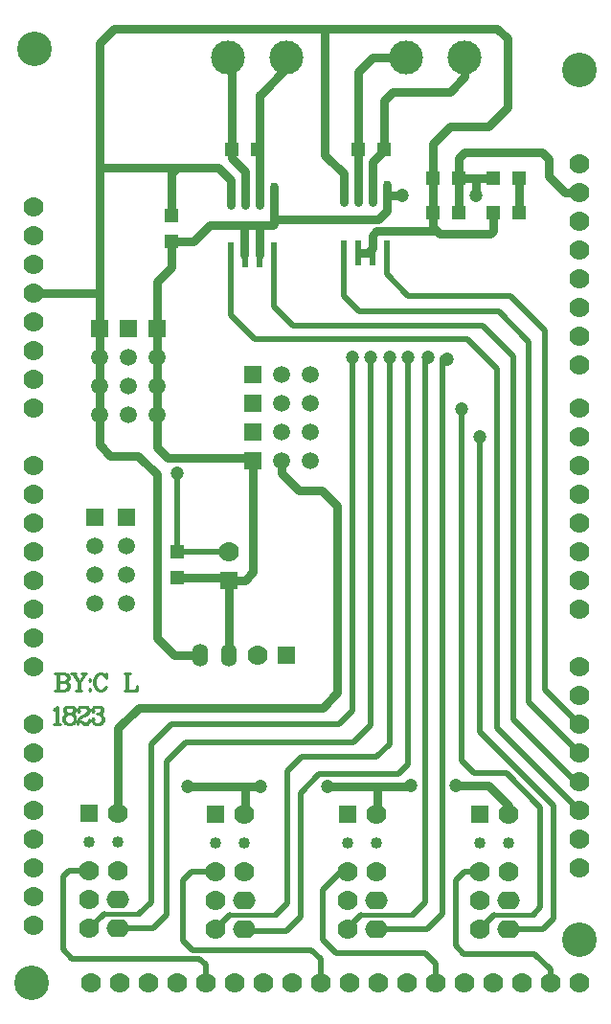
<source format=gtl>
%FSLAX44Y44*%
%MOMM*%
G71*
G01*
G75*
%ADD10R,0.6000X2.2000*%
%ADD11R,0.6000X2.2000*%
%ADD12R,1.1430X1.1430*%
%ADD13C,0.7620*%
%ADD14C,0.5080*%
%ADD15C,0.3810*%
%ADD16C,0.2540*%
%ADD17C,3.0480*%
%ADD18C,1.7780*%
%ADD19C,3.0000*%
%ADD20O,1.3970X2.0320*%
%ADD21R,1.5000X1.5000*%
%ADD22C,1.0160*%
%ADD23C,1.5000*%
%ADD24O,2.0000X1.6000*%
%ADD25C,1.2000*%
D10*
X1221740Y1026160D02*
D03*
X1234440D02*
D03*
X1247140D02*
D03*
X1209040Y1078160D02*
D03*
X1221740D02*
D03*
X1234440D02*
D03*
X1247140D02*
D03*
X1147318Y1076382D02*
D03*
X1134618D02*
D03*
X1121918D02*
D03*
X1109218D02*
D03*
X1147318Y1024382D02*
D03*
X1134618D02*
D03*
X1121918D02*
D03*
D11*
X1209040Y1026160D02*
D03*
X1109218Y1024382D02*
D03*
D12*
X1341120Y1092200D02*
D03*
X1363980D02*
D03*
X1221740Y1117600D02*
D03*
X1244600D02*
D03*
X1310640Y1061720D02*
D03*
X1287780D02*
D03*
X1056640Y1036320D02*
D03*
Y1059180D02*
D03*
X1310640Y1092200D02*
D03*
X1287780D02*
D03*
X1061720Y762000D02*
D03*
Y739140D02*
D03*
X1341120Y1061720D02*
D03*
X1363980D02*
D03*
X1132840Y1117600D02*
D03*
X1109980D02*
D03*
D13*
X1107059Y1198880D02*
X1109980Y1195959D01*
X1121918Y1068070D02*
Y1098042D01*
X1109980Y1109980D02*
X1121918Y1098042D01*
X1109980Y1109980D02*
Y1195959D01*
X1158621Y1189101D02*
Y1198880D01*
X1234440D02*
X1264539D01*
X1221740Y1186180D02*
X1234440Y1198880D01*
X1221740Y1070610D02*
Y1186180D01*
X1316101Y1181481D02*
Y1198880D01*
X1303020Y1168400D02*
X1316101Y1181481D01*
X1252220Y1168400D02*
X1303020D01*
X1244600Y1160780D02*
X1252220Y1168400D01*
X1234440Y1106170D02*
X1244600Y1116330D01*
X1234440Y1070610D02*
Y1106170D01*
X1146810Y1050290D02*
X1147318Y1050798D01*
X1134618Y1024382D02*
Y1049782D01*
X1109218Y1068070D02*
Y1090422D01*
X1098550Y1101090D02*
X1109218Y1090422D01*
X1056640Y1059180D02*
Y1096010D01*
Y1013460D02*
Y1036320D01*
X1043940Y1000760D02*
X1056640Y1013460D01*
X993140Y1211580D02*
X1005840Y1224280D01*
X1344930D02*
X1353820Y1215390D01*
Y1154430D02*
Y1215390D01*
X1337310Y1137920D02*
X1353820Y1154430D01*
X1303020Y1137920D02*
X1337310D01*
X1287780Y1122680D02*
X1303020Y1137920D01*
X1192530Y1112520D02*
X1209040Y1096010D01*
X1363980Y1061720D02*
Y1092200D01*
X1341120Y1045210D02*
Y1061720D01*
X1338580Y1042670D02*
X1341120Y1045210D01*
X1294130Y1042670D02*
X1338580D01*
X1287780Y1049020D02*
X1294130Y1042670D01*
X1056640Y1096010D02*
X1061720Y1101090D01*
X995680D02*
X1098550D01*
X1239520Y1055370D02*
X1247140Y1062990D01*
X1147318Y1055370D02*
X1239520D01*
X1224280Y1026160D02*
X1230630D01*
X1234440Y1029970D02*
Y1041400D01*
X1238250Y1045210D01*
X1289050D01*
X1287780Y1049020D02*
Y1055370D01*
X1244600Y1116330D02*
Y1160780D01*
X1230630Y1026160D02*
X1234440Y1029970D01*
X1134618Y1068070D02*
Y1165098D01*
X1135380Y1165860D02*
X1158621Y1189101D01*
X1147318Y1055370D02*
Y1084580D01*
X1247140Y1062990D02*
Y1085850D01*
X1404620Y1079500D02*
X1417320D01*
X1390650Y1093470D02*
X1404620Y1079500D01*
X1390650Y1093470D02*
Y1108710D01*
X1384300Y1115060D02*
X1390650Y1108710D01*
X1315720Y1115060D02*
X1384300D01*
X1310640Y1109980D02*
X1315720Y1115060D01*
X1247140Y1076960D02*
X1261110D01*
X1325880D02*
Y1092200D01*
X1310640Y1061720D02*
Y1109980D01*
Y1092200D02*
X1341120D01*
X1071118Y553974D02*
X1071626Y554482D01*
X1268476D02*
X1268730Y554736D01*
X1308608D02*
X1337056D01*
X1354836Y536956D01*
X1122172Y530352D02*
Y554482D01*
X1239266Y530606D02*
Y554482D01*
X1071626D02*
X1135634D01*
X1195070D02*
X1268476D01*
X1009904Y530098D02*
Y605790D01*
X1027938Y623824D01*
X1190498D01*
X1203706Y637032D01*
Y802386D01*
X1189990Y816102D02*
X1203706Y802386D01*
X1169162Y816102D02*
X1189990D01*
X1154176Y831088D02*
X1169162Y816102D01*
X1154176Y831088D02*
Y839978D01*
X1076706Y1036320D02*
X1090676Y1050290D01*
X1056640Y1036320D02*
X1076706D01*
X1121410Y1024382D02*
Y1050290D01*
X1090676D02*
X1146810D01*
X1061720Y739140D02*
X1106424D01*
X1107440Y670560D02*
Y736600D01*
X1129030Y743712D02*
Y842010D01*
X1121918Y736600D02*
X1129030Y743712D01*
X1107440Y736600D02*
X1121918D01*
X993140Y856234D02*
X1002792Y846582D01*
X1027176D01*
X1043940Y829818D01*
Y685800D02*
Y829818D01*
Y685800D02*
X1059180Y670560D01*
X1082040D01*
X934720Y990600D02*
X993140D01*
X1192530Y1112520D02*
Y1224280D01*
X993140Y856234D02*
Y1211580D01*
X1005840Y1224280D02*
X1344930D01*
X1209040Y1070610D02*
Y1096010D01*
X1287780Y1061720D02*
Y1122680D01*
X1043940Y853948D02*
X1053338Y844550D01*
X1129030D01*
X1043940Y853948D02*
Y1000760D01*
D14*
X1134618Y1165098D02*
X1142601Y1173081D01*
X1247140Y1007110D02*
Y1026160D01*
Y1007110D02*
X1266190Y988060D01*
X1356360D01*
X1386840Y957580D01*
X1209040Y988060D02*
Y1026160D01*
Y988060D02*
X1223010Y974090D01*
X1346200D01*
X1372870Y947420D01*
X1332230Y961390D02*
X1358900Y934720D01*
Y613410D02*
Y934720D01*
Y613410D02*
X1414780Y557530D01*
X1386840Y640080D02*
X1417320Y609600D01*
X1386840Y640080D02*
Y957580D01*
X1372870Y628650D02*
X1417320Y584200D01*
X1372870Y628650D02*
Y947420D01*
X1147318Y978662D02*
X1164590Y961390D01*
X1147318Y978662D02*
Y1024382D01*
X1164590Y961390D02*
X1332230D01*
X1109218Y971042D02*
Y1024382D01*
Y971042D02*
X1130300Y949960D01*
X1318260D01*
X1344930Y923290D01*
Y605790D02*
Y923290D01*
Y605790D02*
X1417320Y533400D01*
X1296924Y441960D02*
Y932434D01*
X1282954Y427990D02*
X1296924Y441960D01*
X1238250Y427990D02*
X1282954D01*
X1266190Y574040D02*
Y933450D01*
X1257300Y565150D02*
X1266190Y574040D01*
X1187450Y565150D02*
X1257300D01*
X1170940Y548640D02*
X1187450Y565150D01*
X1170940Y439420D02*
Y548640D01*
X1158240Y426720D02*
X1170940Y439420D01*
X1122680Y426720D02*
X1158240D01*
X1121410Y427990D02*
X1122680Y426720D01*
X1249680Y591820D02*
Y933450D01*
X1238250Y580390D02*
X1249680Y591820D01*
X1149350Y440690D02*
X1159510Y450850D01*
X1098550Y430530D02*
X1108710Y440690D01*
X1214120Y430530D02*
X1224280Y440690D01*
X1270000D02*
X1281430Y452120D01*
Y933450D01*
X1233170Y608330D02*
Y933450D01*
X1217930Y593090D02*
X1233170Y608330D01*
X1040638Y428498D02*
X1052830Y440690D01*
X1009904Y428498D02*
X1040638D01*
X1052830Y576580D02*
X1069340Y593090D01*
X1052830Y440690D02*
Y576580D01*
X1069340Y593090D02*
X1217930D01*
X1159510Y567690D02*
X1172210Y580390D01*
X1159510Y450850D02*
Y567690D01*
X1172210Y580390D02*
X1238250D01*
X1216660Y621030D02*
Y930910D01*
X1205230Y609600D02*
X1216660Y621030D01*
X1056640Y609600D02*
X1205230D01*
X1038860Y591820D02*
X1056640Y609600D01*
X984504Y428498D02*
X997458Y441452D01*
X1038860Y451866D02*
Y591820D01*
X1028446Y441452D02*
X1038860Y451866D01*
X1329436Y602234D02*
Y861060D01*
X1394714Y437134D02*
Y536956D01*
X1385570Y427990D02*
X1394714Y437134D01*
X1355090Y427990D02*
X1385570D01*
X1329690D02*
X1342390Y440690D01*
X1376680D02*
X1383284Y447294D01*
Y535686D01*
X1353312Y565658D02*
X1383284Y535686D01*
X1324864Y565658D02*
X1353312D01*
X1313180Y577342D02*
X1324864Y565658D01*
X1313180Y577342D02*
Y887984D01*
X1329436Y602234D02*
X1394714Y536956D01*
X1296924Y932434D02*
X1299210Y934720D01*
X1087120Y381000D02*
Y396748D01*
X1081786Y402082D02*
X1087120Y396748D01*
X969264Y402082D02*
X1081786D01*
X961390Y409956D02*
X969264Y402082D01*
X961390Y409956D02*
Y474472D01*
X966216Y479298D01*
X984504D01*
X1188720Y381000D02*
Y401828D01*
X1180846Y409702D02*
X1188720Y401828D01*
X1075182Y409702D02*
X1180846D01*
X1067054Y417830D02*
X1075182Y409702D01*
X1067054Y417830D02*
Y470916D01*
X1074928Y478790D01*
X1096010D01*
X1290320Y381000D02*
Y397256D01*
X1280922Y406654D02*
X1290320Y397256D01*
X1202182Y406654D02*
X1280922D01*
X1190498Y418338D02*
X1202182Y406654D01*
X1190498Y418338D02*
Y462534D01*
X1210564Y482600D01*
X1391920Y381000D02*
Y392176D01*
X1377696Y406400D02*
X1391920Y392176D01*
X1315466Y406400D02*
X1377696D01*
X1308100Y413766D02*
X1315466Y406400D01*
X1308100Y413766D02*
Y470916D01*
X1315974Y478790D01*
X1329690D01*
X1103884Y762000D02*
X1105408Y763524D01*
X1061720Y762000D02*
X1103884D01*
X1061720Y759714D02*
Y831342D01*
X1216660Y930910D02*
X1219200Y933450D01*
D15*
X1108710Y440690D02*
X1149350D01*
X1224280D02*
X1270000D01*
X997458Y441452D02*
X1028446D01*
X1342390Y440690D02*
X1376680D01*
D16*
X955947Y654047D02*
Y638810D01*
X956672Y654047D02*
Y638810D01*
X953770Y654047D02*
X962477D01*
X964653Y653321D01*
X965379Y652596D01*
X966105Y651144D01*
Y649693D01*
X965379Y648242D01*
X964653Y647517D01*
X962477Y646791D01*
Y654047D02*
X963928Y653321D01*
X964653Y652596D01*
X965379Y651144D01*
Y649693D01*
X964653Y648242D01*
X963928Y647517D01*
X962477Y646791D01*
X956672D02*
X962477D01*
X964653Y646066D01*
X965379Y645340D01*
X966105Y643889D01*
Y641712D01*
X965379Y640261D01*
X964653Y639536D01*
X962477Y638810D01*
X953770D01*
X962477Y646791D02*
X963928Y646066D01*
X964653Y645340D01*
X965379Y643889D01*
Y641712D01*
X964653Y640261D01*
X963928Y639536D01*
X962477Y638810D01*
X969587Y654047D02*
X974666Y646066D01*
Y638810D01*
X970313Y654047D02*
X975392Y646066D01*
Y638810D01*
X980471Y654047D02*
X975392Y646066D01*
X968136Y654047D02*
X972489D01*
X977568D02*
X981922D01*
X972489Y638810D02*
X977568D01*
X984534Y648968D02*
X983808Y648242D01*
X984534Y647517D01*
X985259Y648242D01*
X984534Y648968D01*
Y640261D02*
X983808Y639536D01*
X984534Y638810D01*
X985259Y639536D01*
X984534Y640261D01*
X998537Y651870D02*
X999262Y649693D01*
Y654047D01*
X998537Y651870D01*
X997086Y653321D01*
X994909Y654047D01*
X993458D01*
X991281Y653321D01*
X989830Y651870D01*
X989105Y650419D01*
X988379Y648242D01*
Y644614D01*
X989105Y642438D01*
X989830Y640987D01*
X991281Y639536D01*
X993458Y638810D01*
X994909D01*
X997086Y639536D01*
X998537Y640987D01*
X999262Y642438D01*
X993458Y654047D02*
X992007Y653321D01*
X990556Y651870D01*
X989830Y650419D01*
X989105Y648242D01*
Y644614D01*
X989830Y642438D01*
X990556Y640987D01*
X992007Y639536D01*
X993458Y638810D01*
X1017329Y654047D02*
Y638810D01*
X1018055Y654047D02*
Y638810D01*
X1015152Y654047D02*
X1020231D01*
X1015152Y638810D02*
X1026036D01*
Y643163D01*
X1025310Y638810D01*
X952500Y621935D02*
X953951Y622660D01*
X956128Y624837D01*
Y609600D01*
X955402Y624111D02*
Y609600D01*
X952500D02*
X959030D01*
X965270Y624837D02*
X963093Y624111D01*
X962368Y622660D01*
Y620483D01*
X963093Y619032D01*
X965270Y618307D01*
X968172D01*
X970349Y619032D01*
X971074Y620483D01*
Y622660D01*
X970349Y624111D01*
X968172Y624837D01*
X965270D01*
X963819Y624111D01*
X963093Y622660D01*
Y620483D01*
X963819Y619032D01*
X965270Y618307D01*
X968172D02*
X969623Y619032D01*
X970349Y620483D01*
Y622660D01*
X969623Y624111D01*
X968172Y624837D01*
X965270Y618307D02*
X963093Y617581D01*
X962368Y616856D01*
X961642Y615405D01*
Y612502D01*
X962368Y611051D01*
X963093Y610326D01*
X965270Y609600D01*
X968172D01*
X970349Y610326D01*
X971074Y611051D01*
X971800Y612502D01*
Y615405D01*
X971074Y616856D01*
X970349Y617581D01*
X968172Y618307D01*
X965270D02*
X963819Y617581D01*
X963093Y616856D01*
X962368Y615405D01*
Y612502D01*
X963093Y611051D01*
X963819Y610326D01*
X965270Y609600D01*
X968172D02*
X969623Y610326D01*
X970349Y611051D01*
X971074Y612502D01*
Y615405D01*
X970349Y616856D01*
X969623Y617581D01*
X968172Y618307D01*
X974775Y621935D02*
X975500Y621209D01*
X974775Y620483D01*
X974049Y621209D01*
Y621935D01*
X974775Y623386D01*
X975500Y624111D01*
X977677Y624837D01*
X980579D01*
X982756Y624111D01*
X983481Y623386D01*
X984207Y621935D01*
Y620483D01*
X983481Y619032D01*
X981305Y617581D01*
X977677Y616130D01*
X976226Y615405D01*
X974775Y613953D01*
X974049Y611777D01*
Y609600D01*
X980579Y624837D02*
X982030Y624111D01*
X982756Y623386D01*
X983481Y621935D01*
Y620483D01*
X982756Y619032D01*
X980579Y617581D01*
X977677Y616130D01*
X974049Y611051D02*
X974775Y611777D01*
X976226D01*
X979854Y610326D01*
X982030D01*
X983481Y611051D01*
X984207Y611777D01*
Y613228D01*
X976226Y611777D02*
X979854Y609600D01*
X982756D01*
X983481Y610326D01*
X984207Y611777D01*
X987182Y621935D02*
X987907Y621209D01*
X987182Y620483D01*
X986456Y621209D01*
Y621935D01*
X987182Y623386D01*
X987907Y624111D01*
X990084Y624837D01*
X992986D01*
X995163Y624111D01*
X995888Y622660D01*
Y620483D01*
X995163Y619032D01*
X992986Y618307D01*
X990809D01*
X992986Y624837D02*
X994437Y624111D01*
X995163Y622660D01*
Y620483D01*
X994437Y619032D01*
X992986Y618307D01*
X994437Y617581D01*
X995888Y616130D01*
X996614Y614679D01*
Y612502D01*
X995888Y611051D01*
X995163Y610326D01*
X992986Y609600D01*
X990084D01*
X987907Y610326D01*
X987182Y611051D01*
X986456Y612502D01*
Y613228D01*
X987182Y613953D01*
X987907Y613228D01*
X987182Y612502D01*
X995163Y616856D02*
X995888Y614679D01*
Y612502D01*
X995163Y611051D01*
X994437Y610326D01*
X992986Y609600D01*
D17*
X935990Y1206500D02*
D03*
X1417320Y1187450D02*
D03*
Y419100D02*
D03*
X933450Y381000D02*
D03*
D18*
X1417320Y1104900D02*
D03*
Y1079500D02*
D03*
Y1054100D02*
D03*
Y1028700D02*
D03*
Y1003300D02*
D03*
Y977900D02*
D03*
Y952500D02*
D03*
Y927100D02*
D03*
Y889000D02*
D03*
Y863600D02*
D03*
Y838200D02*
D03*
Y812800D02*
D03*
Y787400D02*
D03*
Y762000D02*
D03*
Y736600D02*
D03*
Y711200D02*
D03*
Y660400D02*
D03*
Y635000D02*
D03*
Y609600D02*
D03*
Y584200D02*
D03*
Y558800D02*
D03*
Y533400D02*
D03*
Y508000D02*
D03*
Y482600D02*
D03*
Y381000D02*
D03*
X1391920D02*
D03*
X1366520D02*
D03*
X1341120D02*
D03*
X1315720D02*
D03*
X1290320D02*
D03*
X1264920D02*
D03*
X1239520D02*
D03*
X1214120D02*
D03*
X1188720D02*
D03*
X1163320D02*
D03*
X1137920D02*
D03*
X1112520D02*
D03*
X1087120D02*
D03*
X1061720D02*
D03*
X1036320D02*
D03*
X1010920D02*
D03*
X985520D02*
D03*
X934720Y431800D02*
D03*
Y457200D02*
D03*
Y482600D02*
D03*
Y508000D02*
D03*
Y533400D02*
D03*
Y558800D02*
D03*
Y584200D02*
D03*
Y609600D02*
D03*
Y685800D02*
D03*
Y711200D02*
D03*
Y736600D02*
D03*
Y762000D02*
D03*
Y787400D02*
D03*
Y812800D02*
D03*
Y838200D02*
D03*
Y889000D02*
D03*
Y914400D02*
D03*
Y939800D02*
D03*
Y965200D02*
D03*
Y990600D02*
D03*
Y1016000D02*
D03*
Y1041400D02*
D03*
Y1066800D02*
D03*
X1132840Y670560D02*
D03*
X1107440Y762000D02*
D03*
X1238250Y478790D02*
D03*
X1212850D02*
D03*
X1238250Y529590D02*
D03*
X1355090Y478790D02*
D03*
X1329690D02*
D03*
X1355090Y529590D02*
D03*
X1121410Y478790D02*
D03*
X1096010D02*
D03*
X1121410Y529590D02*
D03*
X934720Y660400D02*
D03*
X1329690Y453390D02*
D03*
Y427990D02*
D03*
X1212850Y453390D02*
D03*
Y427990D02*
D03*
X1096010Y453390D02*
D03*
Y427990D02*
D03*
X1009904Y530098D02*
D03*
X984504Y479298D02*
D03*
X1009904D02*
D03*
X984504Y453898D02*
D03*
Y428498D02*
D03*
D19*
X1316101Y1198880D02*
D03*
X1264539D02*
D03*
X1107059D02*
D03*
X1158621D02*
D03*
D20*
X1082040Y670560D02*
D03*
X1107440D02*
D03*
D21*
X1158240D02*
D03*
X1107440Y736600D02*
D03*
X1212850Y529590D02*
D03*
X1329690D02*
D03*
X1096010D02*
D03*
X1017270Y792480D02*
D03*
X989330D02*
D03*
X1129030Y842010D02*
D03*
Y867410D02*
D03*
Y892810D02*
D03*
Y918210D02*
D03*
X1018540Y958850D02*
D03*
X1043940D02*
D03*
X993140D02*
D03*
X984504Y530098D02*
D03*
D22*
X1238250Y504190D02*
D03*
X1212850D02*
D03*
X1355090D02*
D03*
X1329690D02*
D03*
X1121410D02*
D03*
X1096010D02*
D03*
X984504Y504698D02*
D03*
X1009904D02*
D03*
D23*
X1017270Y767080D02*
D03*
Y741680D02*
D03*
Y716280D02*
D03*
X989330Y767080D02*
D03*
Y741680D02*
D03*
Y716280D02*
D03*
X1179830Y842010D02*
D03*
X1154430D02*
D03*
X1179830Y867410D02*
D03*
X1154430D02*
D03*
X1179830Y892810D02*
D03*
X1154430D02*
D03*
X1179830Y918210D02*
D03*
X1154430D02*
D03*
X1018540Y933450D02*
D03*
Y908050D02*
D03*
Y882650D02*
D03*
X1043940Y933450D02*
D03*
Y908050D02*
D03*
Y882650D02*
D03*
X993140Y933450D02*
D03*
Y908050D02*
D03*
Y882650D02*
D03*
D24*
X1355090Y453390D02*
D03*
Y427990D02*
D03*
X1238250Y453390D02*
D03*
Y427990D02*
D03*
X1121410Y453390D02*
D03*
Y427990D02*
D03*
X1009904Y453898D02*
D03*
Y428498D02*
D03*
D25*
X1325880Y1076960D02*
D03*
X1261110D02*
D03*
X1300480Y932180D02*
D03*
X1283970Y933450D02*
D03*
X1266190D02*
D03*
X1249680D02*
D03*
X1233170D02*
D03*
X1216660D02*
D03*
X1329690Y863346D02*
D03*
X1313180Y887984D02*
D03*
X1071118Y553974D02*
D03*
X1135634Y554482D02*
D03*
X1195070D02*
D03*
X1268730Y554736D02*
D03*
X1308608D02*
D03*
X1061720Y831342D02*
D03*
M02*

</source>
